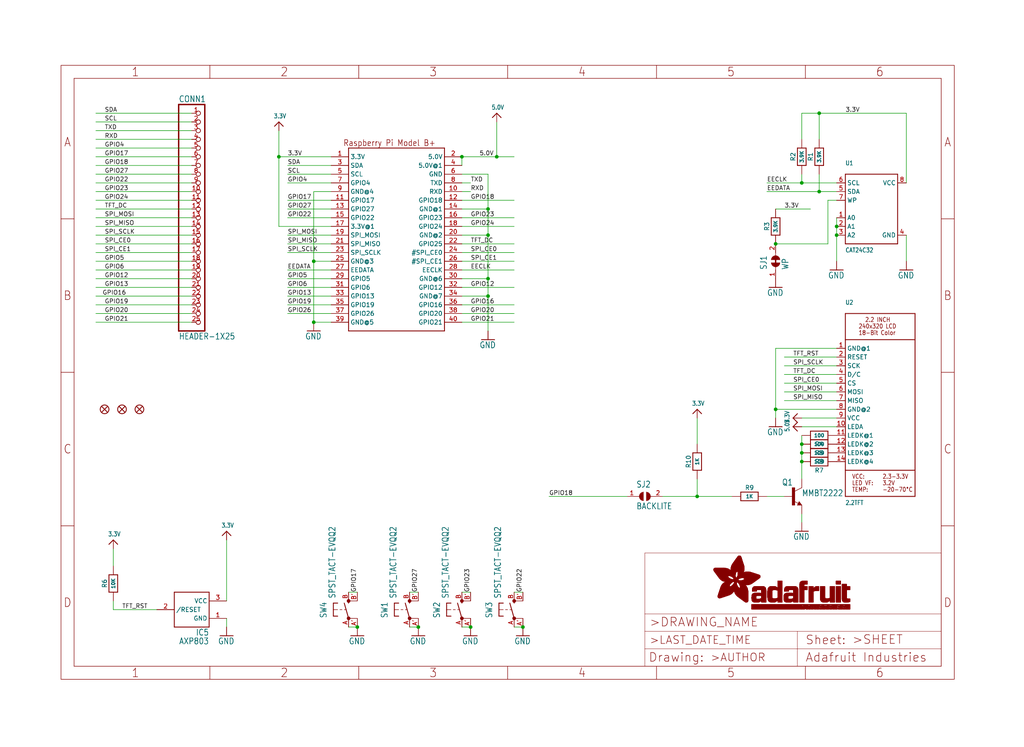
<source format=kicad_sch>
(kicad_sch (version 20211123) (generator eeschema)
  (paper "User" 298.45 217.881)
  (lib_symbols
    (symbol "eagleSchem-eagle-import:-NPN-SOT23-BEC"
      (property "Reference" "T" (at -10.16 7.62 0))
      (property "Value" "-NPN-SOT23-BEC" (at -10.16 5.08 0))
      (symbol "-NPN-SOT23-BEC_1_0"
        (pin passive line (at -2.54 0 0) (length 2.54) (name "B") (number "B"))
        (pin passive line (at 2.54 5.08 270) (length 2.54) (name "C") (number "C"))
        (pin passive line (at 2.54 -5.08 90) (length 2.54) (name "E") (number "E"))
      )
    )
    (symbol "eagleSchem-eagle-import:3.3V" (power)
      (property "Value" "3.3V" (at -1.524 1.016 0))
      (symbol "3.3V_1_0"
        (pin power_in line (at 0 -2.54 90) (length 2.54) (name "3.3V") (number "1"))
      )
    )
    (symbol "eagleSchem-eagle-import:5.0V" (power)
      (property "Value" "5.0V" (at -1.524 1.016 0))
      (symbol "5.0V_1_0"
        (pin power_in line (at 0 -2.54 90) (length 2.54) (name "5.0V") (number "1"))
      )
    )
    (symbol "eagleSchem-eagle-import:AXP083-SAG"
      (property "Reference" "IC" (at -5.08 -7.62 0))
      (property "Value" "AXP083-SAG" (at -5.08 -10.16 0))
      (symbol "AXP083-SAG_1_0"
        (pin power_in line (at -10.16 -2.54 0) (length 5.08) (name "GND") (number "1"))
        (pin output line (at 10.16 0 180) (length 5.08) (name "/RESET") (number "2"))
        (pin power_in line (at -10.16 2.54 0) (length 5.08) (name "VCC") (number "3"))
      )
    )
    (symbol "eagleSchem-eagle-import:DISP_LCD_TM022HDH26"
      (property "Reference" "U" (at -10.16 30.48 0))
      (property "Value" "DISP_LCD_TM022HDH26" (at -10.16 -27.94 0))
      (symbol "DISP_LCD_TM022HDH26_1_0"
        (text "-20-70°C" (at 0.635 -24.13 0) (effects (font (size 1.27 1.0795)) (justify left bottom)))
        (text "18-Bit Color" (at -6.35 21.59 0) (effects (font (size 1.27 1.0795)) (justify left bottom)))
        (text "2.2 INCH" (at -4.445 25.4 0) (effects (font (size 1.27 1.0795)) (justify left bottom)))
        (text "2.3-3.3V" (at 0.635 -20.32 0) (effects (font (size 1.27 1.0795)) (justify left bottom)))
        (text "240x320 LCD" (at -6.35 23.495 0) (effects (font (size 1.27 1.0795)) (justify left bottom)))
        (text "3.2V" (at 0.635 -22.225 0) (effects (font (size 1.27 1.0795)) (justify left bottom)))
        (text "LED VF:" (at -8.255 -22.225 0) (effects (font (size 1.27 1.0795)) (justify left bottom)))
        (text "TEMP:" (at -8.255 -24.13 0) (effects (font (size 1.27 1.0795)) (justify left bottom)))
        (text "VCC:" (at -8.255 -20.32 0) (effects (font (size 1.27 1.0795)) (justify left bottom)))
        (pin power_in line (at -12.7 17.78 0) (length 2.54) (name "GND@1") (number "1"))
        (pin power_in line (at -12.7 -5.08 0) (length 2.54) (name "LEDA") (number "10"))
        (pin power_in line (at -12.7 -7.62 0) (length 2.54) (name "LEDK@1") (number "11"))
        (pin power_in line (at -12.7 -10.16 0) (length 2.54) (name "LEDK@2") (number "12"))
        (pin power_in line (at -12.7 -12.7 0) (length 2.54) (name "LEDK@3") (number "13"))
        (pin power_in line (at -12.7 -15.24 0) (length 2.54) (name "LEDK@4") (number "14"))
        (pin input line (at -12.7 15.24 0) (length 2.54) (name "RESET") (number "2"))
        (pin input line (at -12.7 12.7 0) (length 2.54) (name "SCK") (number "3"))
        (pin input line (at -12.7 10.16 0) (length 2.54) (name "D/C") (number "4"))
        (pin input line (at -12.7 7.62 0) (length 2.54) (name "CS") (number "5"))
        (pin input line (at -12.7 5.08 0) (length 2.54) (name "MOSI") (number "6"))
        (pin output line (at -12.7 2.54 0) (length 2.54) (name "MISO") (number "7"))
        (pin power_in line (at -12.7 0 0) (length 2.54) (name "GND@2") (number "8"))
        (pin power_in line (at -12.7 -2.54 0) (length 2.54) (name "VCC") (number "9"))
      )
    )
    (symbol "eagleSchem-eagle-import:EEPROM_I2C_SOIC8_GENERIC"
      (property "Reference" "U" (at -7.62 12.7 0))
      (property "Value" "EEPROM_I2C_SOIC8_GENERIC" (at -7.62 -12.7 0))
      (symbol "EEPROM_I2C_SOIC8_GENERIC_1_0"
        (pin input line (at -10.16 -2.54 0) (length 2.54) (name "A0") (number "1"))
        (pin input line (at -10.16 -5.08 0) (length 2.54) (name "A1") (number "2"))
        (pin input line (at -10.16 -7.62 0) (length 2.54) (name "A2") (number "3"))
        (pin power_in line (at 10.16 -7.62 180) (length 2.54) (name "GND") (number "4"))
        (pin bidirectional line (at -10.16 5.08 0) (length 2.54) (name "SDA") (number "5"))
        (pin input line (at -10.16 7.62 0) (length 2.54) (name "SCL") (number "6"))
        (pin input line (at -10.16 2.54 0) (length 2.54) (name "WP") (number "7"))
        (pin power_in line (at 10.16 7.62 180) (length 2.54) (name "VCC") (number "8"))
      )
    )
    (symbol "eagleSchem-eagle-import:FIDUCIAL{dblquote}{dblquote}")
    (symbol "eagleSchem-eagle-import:FRAME_A4_ADAFRUIT"
      (symbol "FRAME_A4_ADAFRUIT_0_0"
        (text "1" (at 21.6958 1.905 0) (effects (font (size 2.54 2.286))))
        (text "1" (at 21.6958 177.165 0) (effects (font (size 2.54 2.286))))
        (text "2" (at 65.0875 1.905 0) (effects (font (size 2.54 2.286))))
        (text "2" (at 65.0875 177.165 0) (effects (font (size 2.54 2.286))))
        (text "3" (at 108.4792 1.905 0) (effects (font (size 2.54 2.286))))
        (text "3" (at 108.4792 177.165 0) (effects (font (size 2.54 2.286))))
        (text "4" (at 151.8708 1.905 0) (effects (font (size 2.54 2.286))))
        (text "4" (at 151.8708 177.165 0) (effects (font (size 2.54 2.286))))
        (text "5" (at 195.2625 1.905 0) (effects (font (size 2.54 2.286))))
        (text "5" (at 195.2625 177.165 0) (effects (font (size 2.54 2.286))))
        (text "6" (at 238.6542 1.905 0) (effects (font (size 2.54 2.286))))
        (text "6" (at 238.6542 177.165 0) (effects (font (size 2.54 2.286))))
        (text "A" (at 1.905 156.6863 0) (effects (font (size 2.54 2.286))))
        (text "A" (at 258.445 156.6863 0) (effects (font (size 2.54 2.286))))
        (text "B" (at 1.905 111.9188 0) (effects (font (size 2.54 2.286))))
        (text "B" (at 258.445 111.9188 0) (effects (font (size 2.54 2.286))))
        (text "C" (at 1.905 67.1513 0) (effects (font (size 2.54 2.286))))
        (text "C" (at 258.445 67.1513 0) (effects (font (size 2.54 2.286))))
        (text "D" (at 1.905 22.3838 0) (effects (font (size 2.54 2.286))))
        (text "D" (at 258.445 22.3838 0) (effects (font (size 2.54 2.286))))
      )
      (symbol "FRAME_A4_ADAFRUIT_1_0"
        (text ">AUTHOR" (at 189.23 5.08 0) (effects (font (size 2.286 2.286)) (justify left bottom)))
        (text ">DRAWING_NAME" (at 171.45 15.24 0) (effects (font (size 2.54 2.54)) (justify left bottom)))
        (text ">LAST_DATE_TIME" (at 171.45 10.16 0) (effects (font (size 2.286 2.286)) (justify left bottom)))
        (text ">SHEET" (at 230.505 10.16 0) (effects (font (size 2.54 2.54)) (justify left bottom)))
        (text "Adafruit Industries" (at 216.916 4.953 0) (effects (font (size 2.54 2.54)) (justify left bottom)))
        (text "Drawing:" (at 171.196 4.953 0) (effects (font (size 2.54 2.54)) (justify left bottom)))
        (text "Sheet:" (at 216.916 10.033 0) (effects (font (size 2.54 2.54)) (justify left bottom)))
      )
    )
    (symbol "eagleSchem-eagle-import:GND" (power)
      (property "Value" "GND" (at -2.54 -2.54 0))
      (symbol "GND_1_0"
        (pin power_in line (at 0 2.54 270) (length 2.54) (name "GND") (number "1"))
      )
    )
    (symbol "eagleSchem-eagle-import:HEADER-1X25"
      (property "Reference" "CONN" (at -3.81 33.655 0))
      (property "Value" "HEADER-1X25" (at -3.81 -35.56 0))
      (symbol "HEADER-1X25_1_0"
        (pin passive inverted (at 0 30.48 0) (length 2.54) (name "1") (number "1"))
        (pin passive inverted (at 0 7.62 0) (length 2.54) (name "10") (number "10"))
        (pin passive inverted (at 0 5.08 0) (length 2.54) (name "11") (number "11"))
        (pin passive inverted (at 0 2.54 0) (length 2.54) (name "12") (number "12"))
        (pin passive inverted (at 0 0 0) (length 2.54) (name "13") (number "13"))
        (pin passive inverted (at 0 -2.54 0) (length 2.54) (name "14") (number "14"))
        (pin passive inverted (at 0 -5.08 0) (length 2.54) (name "15") (number "15"))
        (pin passive inverted (at 0 -7.62 0) (length 2.54) (name "16") (number "16"))
        (pin passive inverted (at 0 -10.16 0) (length 2.54) (name "17") (number "17"))
        (pin passive inverted (at 0 -12.7 0) (length 2.54) (name "18") (number "18"))
        (pin passive inverted (at 0 -15.24 0) (length 2.54) (name "19") (number "19"))
        (pin passive inverted (at 0 27.94 0) (length 2.54) (name "2") (number "2"))
        (pin passive inverted (at 0 -17.78 0) (length 2.54) (name "20") (number "20"))
        (pin passive inverted (at 0 -20.32 0) (length 2.54) (name "21") (number "21"))
        (pin passive inverted (at 0 -22.86 0) (length 2.54) (name "22") (number "22"))
        (pin passive inverted (at 0 -25.4 0) (length 2.54) (name "23") (number "23"))
        (pin passive inverted (at 0 -27.94 0) (length 2.54) (name "24") (number "24"))
        (pin passive inverted (at 0 -30.48 0) (length 2.54) (name "25") (number "25"))
        (pin passive inverted (at 0 25.4 0) (length 2.54) (name "3") (number "3"))
        (pin passive inverted (at 0 22.86 0) (length 2.54) (name "4") (number "4"))
        (pin passive inverted (at 0 20.32 0) (length 2.54) (name "5") (number "5"))
        (pin passive inverted (at 0 17.78 0) (length 2.54) (name "6") (number "6"))
        (pin passive inverted (at 0 15.24 0) (length 2.54) (name "7") (number "7"))
        (pin passive inverted (at 0 12.7 0) (length 2.54) (name "8") (number "8"))
        (pin passive inverted (at 0 10.16 0) (length 2.54) (name "9") (number "9"))
      )
    )
    (symbol "eagleSchem-eagle-import:RASPBERRYPI_BPLUS_HATNOSLOTS"
      (symbol "RASPBERRYPI_BPLUS_HATNOSLOTS_1_0"
        (text "Raspberry Pi Model B+" (at 12.7 25.4 0) (effects (font (size 1.778 1.5113)) (justify right top)))
        (pin power_in line (at -17.78 20.32 0) (length 5.08) (name "3.3V") (number "1"))
        (pin bidirectional line (at 20.32 10.16 180) (length 5.08) (name "RXD") (number "10"))
        (pin bidirectional line (at -17.78 7.62 0) (length 5.08) (name "GPIO17") (number "11"))
        (pin bidirectional line (at 20.32 7.62 180) (length 5.08) (name "GPIO18") (number "12"))
        (pin bidirectional line (at -17.78 5.08 0) (length 5.08) (name "GPIO27") (number "13"))
        (pin power_in line (at 20.32 5.08 180) (length 5.08) (name "GND@1") (number "14"))
        (pin bidirectional line (at -17.78 2.54 0) (length 5.08) (name "GPIO22") (number "15"))
        (pin bidirectional line (at 20.32 2.54 180) (length 5.08) (name "GPIO23") (number "16"))
        (pin power_in line (at -17.78 0 0) (length 5.08) (name "3.3V@1") (number "17"))
        (pin bidirectional line (at 20.32 0 180) (length 5.08) (name "GPIO24") (number "18"))
        (pin bidirectional line (at -17.78 -2.54 0) (length 5.08) (name "SPI_MOSI") (number "19"))
        (pin power_in line (at 20.32 20.32 180) (length 5.08) (name "5.0V") (number "2"))
        (pin power_in line (at 20.32 -2.54 180) (length 5.08) (name "GND@2") (number "20"))
        (pin bidirectional line (at -17.78 -5.08 0) (length 5.08) (name "SPI_MISO") (number "21"))
        (pin bidirectional line (at 20.32 -5.08 180) (length 5.08) (name "GPIO25") (number "22"))
        (pin bidirectional line (at -17.78 -7.62 0) (length 5.08) (name "SPI_SCLK") (number "23"))
        (pin bidirectional line (at 20.32 -7.62 180) (length 5.08) (name "#SPI_CE0") (number "24"))
        (pin power_in line (at -17.78 -10.16 0) (length 5.08) (name "GND@3") (number "25"))
        (pin bidirectional line (at 20.32 -10.16 180) (length 5.08) (name "#SPI_CE1") (number "26"))
        (pin bidirectional line (at -17.78 -12.7 0) (length 5.08) (name "EEDATA") (number "27"))
        (pin power_in line (at 20.32 -12.7 180) (length 5.08) (name "EECLK") (number "28"))
        (pin bidirectional line (at -17.78 -15.24 0) (length 5.08) (name "GPIO5") (number "29"))
        (pin bidirectional line (at -17.78 17.78 0) (length 5.08) (name "SDA") (number "3"))
        (pin bidirectional line (at 20.32 -15.24 180) (length 5.08) (name "GND@6") (number "30"))
        (pin power_in line (at -17.78 -17.78 0) (length 5.08) (name "GPIO6") (number "31"))
        (pin bidirectional line (at 20.32 -17.78 180) (length 5.08) (name "GPIO12") (number "32"))
        (pin bidirectional line (at -17.78 -20.32 0) (length 5.08) (name "GPIO13") (number "33"))
        (pin bidirectional line (at 20.32 -20.32 180) (length 5.08) (name "GND@7") (number "34"))
        (pin bidirectional line (at -17.78 -22.86 0) (length 5.08) (name "GPIO19") (number "35"))
        (pin power_in line (at 20.32 -22.86 180) (length 5.08) (name "GPIO16") (number "36"))
        (pin bidirectional line (at -17.78 -25.4 0) (length 5.08) (name "GPIO26") (number "37"))
        (pin bidirectional line (at 20.32 -25.4 180) (length 5.08) (name "GPIO20") (number "38"))
        (pin power_in line (at -17.78 -27.94 0) (length 5.08) (name "GND@5") (number "39"))
        (pin power_in line (at 20.32 17.78 180) (length 5.08) (name "5.0V@1") (number "4"))
        (pin bidirectional line (at 20.32 -27.94 180) (length 5.08) (name "GPIO21") (number "40"))
        (pin bidirectional line (at -17.78 15.24 0) (length 5.08) (name "SCL") (number "5"))
        (pin power_in line (at 20.32 15.24 180) (length 5.08) (name "GND") (number "6"))
        (pin bidirectional line (at -17.78 12.7 0) (length 5.08) (name "GPIO4") (number "7"))
        (pin output line (at 20.32 12.7 180) (length 5.08) (name "TXD") (number "8"))
        (pin power_in line (at -17.78 10.16 0) (length 5.08) (name "GND@4") (number "9"))
      )
    )
    (symbol "eagleSchem-eagle-import:RESISTOR0805_NOOUTLINE"
      (property "Reference" "R" (at 0 2.54 0))
      (property "Value" "RESISTOR0805_NOOUTLINE" (at 0 0 0))
      (symbol "RESISTOR0805_NOOUTLINE_1_0"
        (pin passive line (at -5.08 0 0) (length 2.54) (name "1") (number "1"))
        (pin passive line (at 5.08 0 180) (length 2.54) (name "2") (number "2"))
      )
    )
    (symbol "eagleSchem-eagle-import:SOLDERJUMPERCLOSED"
      (property "Reference" "SJ" (at -2.54 2.54 0))
      (property "Value" "SOLDERJUMPERCLOSED" (at -2.54 -3.81 0))
      (symbol "SOLDERJUMPERCLOSED_1_0"
        (pin passive line (at -5.08 0 0) (length 2.54) (name "1") (number "1"))
        (pin passive line (at 5.08 0 180) (length 2.54) (name "2") (number "2"))
      )
    )
    (symbol "eagleSchem-eagle-import:SOLDERJUMPER_CLOSED"
      (property "Reference" "SJ" (at -2.54 2.54 0))
      (property "Value" "SOLDERJUMPER_CLOSED" (at -2.54 -3.81 0))
      (symbol "SOLDERJUMPER_CLOSED_1_0"
        (pin passive line (at -5.08 0 0) (length 2.54) (name "1") (number "1"))
        (pin passive line (at 5.08 0 180) (length 2.54) (name "2") (number "2"))
      )
    )
    (symbol "eagleSchem-eagle-import:SPST_TACT-EVQQ2"
      (property "Reference" "SW" (at -6.35 -2.54 90))
      (property "Value" "SPST_TACT-EVQQ2" (at -3.81 3.175 90))
      (symbol "SPST_TACT-EVQQ2_1_0"
        (pin passive line (at 0 -5.08 90) (length 2.54) (name "P") (number "A"))
        (pin passive line (at 2.54 -5.08 90) (length 2.54) (name "P1") (number "A'"))
        (pin passive line (at 0 5.08 270) (length 2.54) (name "S") (number "B"))
        (pin passive line (at 2.54 5.08 270) (length 2.54) (name "S1") (number "B'"))
      )
    )
  )
  (junction (at 144.78 45.72))
  (junction (at 137.16 182.88))
  (junction (at 226.06 119.38))
  (junction (at 233.68 132.08))
  (junction (at 243.84 66.04))
  (junction (at 238.76 55.88))
  (junction (at 142.24 68.58))
  (junction (at 243.84 68.58))
  (junction (at 81.28 45.72))
  (junction (at 152.4 182.88))
  (junction (at 233.68 134.62))
  (junction (at 91.44 76.2))
  (junction (at 134.62 45.72))
  (junction (at 233.68 53.34))
  (junction (at 238.76 33.02))
  (junction (at 121.92 182.88))
  (junction (at 142.24 86.36))
  (junction (at 226.06 71.12))
  (junction (at 91.44 93.98))
  (junction (at 104.14 182.88))
  (junction (at 233.68 129.54))
  (junction (at 203.2 144.78))
  (junction (at 142.24 60.96))
  (junction (at 142.24 81.28))
  (wire (pts (xy 134.62 48.26) (xy 134.62 45.72)))
  (wire (pts (xy 226.06 101.6) (xy 226.06 119.38)))
  (wire (pts (xy 134.62 68.58) (xy 142.24 68.58)))
  (wire (pts (xy 264.16 68.58) (xy 264.16 76.2)))
  (wire (pts (xy 243.84 63.5) (xy 243.84 66.04)))
  (wire (pts (xy 243.84 68.58) (xy 243.84 76.2)))
  (wire (pts (xy 55.88 71.12) (xy 27.94 71.12)))
  (wire (pts (xy 264.16 53.34) (xy 264.16 33.02)))
  (wire (pts (xy 264.16 33.02) (xy 238.76 33.02)))
  (wire (pts (xy 91.44 76.2) (xy 96.52 76.2)))
  (wire (pts (xy 243.84 106.68) (xy 228.6 106.68)))
  (wire (pts (xy 243.84 114.3) (xy 228.6 114.3)))
  (wire (pts (xy 27.94 63.5) (xy 55.88 63.5)))
  (wire (pts (xy 233.68 132.08) (xy 233.68 134.62)))
  (wire (pts (xy 134.62 60.96) (xy 142.24 60.96)))
  (wire (pts (xy 55.88 66.04) (xy 27.94 66.04)))
  (wire (pts (xy 66.04 175.26) (xy 66.04 157.48)))
  (wire (pts (xy 91.44 55.88) (xy 96.52 55.88)))
  (wire (pts (xy 243.84 53.34) (xy 233.68 53.34)))
  (wire (pts (xy 55.88 91.44) (xy 27.94 91.44)))
  (wire (pts (xy 96.52 78.74) (xy 83.82 78.74)))
  (wire (pts (xy 134.62 88.9) (xy 149.86 88.9)))
  (wire (pts (xy 96.52 45.72) (xy 81.28 45.72)))
  (wire (pts (xy 243.84 101.6) (xy 226.06 101.6)))
  (wire (pts (xy 91.44 76.2) (xy 91.44 93.98)))
  (wire (pts (xy 83.82 50.8) (xy 96.52 50.8)))
  (wire (pts (xy 226.06 60.96) (xy 236.22 60.96)))
  (wire (pts (xy 238.76 50.8) (xy 238.76 55.88)))
  (wire (pts (xy 142.24 50.8) (xy 142.24 60.96)))
  (wire (pts (xy 55.88 38.1) (xy 27.94 38.1)))
  (wire (pts (xy 226.06 71.12) (xy 241.3 71.12)))
  (wire (pts (xy 134.62 73.66) (xy 149.86 73.66)))
  (wire (pts (xy 134.62 86.36) (xy 142.24 86.36)))
  (wire (pts (xy 233.68 129.54) (xy 233.68 132.08)))
  (wire (pts (xy 27.94 58.42) (xy 55.88 58.42)))
  (wire (pts (xy 33.02 177.8) (xy 33.02 175.26)))
  (wire (pts (xy 83.82 71.12) (xy 96.52 71.12)))
  (wire (pts (xy 134.62 71.12) (xy 149.86 71.12)))
  (wire (pts (xy 27.94 45.72) (xy 55.88 45.72)))
  (wire (pts (xy 134.62 76.2) (xy 149.86 76.2)))
  (wire (pts (xy 223.52 144.78) (xy 228.6 144.78)))
  (wire (pts (xy 45.72 177.8) (xy 33.02 177.8)))
  (wire (pts (xy 142.24 60.96) (xy 142.24 68.58)))
  (wire (pts (xy 243.84 119.38) (xy 226.06 119.38)))
  (wire (pts (xy 55.88 86.36) (xy 27.94 86.36)))
  (wire (pts (xy 241.3 58.42) (xy 243.84 58.42)))
  (wire (pts (xy 83.82 86.36) (xy 96.52 86.36)))
  (wire (pts (xy 119.38 172.72) (xy 121.92 172.72)))
  (wire (pts (xy 134.62 45.72) (xy 144.78 45.72)))
  (wire (pts (xy 134.62 83.82) (xy 149.86 83.82)))
  (wire (pts (xy 152.4 182.88) (xy 149.86 182.88)))
  (wire (pts (xy 101.6 172.72) (xy 104.14 172.72)))
  (wire (pts (xy 96.52 63.5) (xy 83.82 63.5)))
  (wire (pts (xy 83.82 81.28) (xy 96.52 81.28)))
  (wire (pts (xy 121.92 182.88) (xy 119.38 182.88)))
  (wire (pts (xy 83.82 91.44) (xy 96.52 91.44)))
  (wire (pts (xy 83.82 88.9) (xy 96.52 88.9)))
  (wire (pts (xy 233.68 33.02) (xy 233.68 40.64)))
  (wire (pts (xy 243.84 66.04) (xy 243.84 68.58)))
  (wire (pts (xy 96.52 53.34) (xy 83.82 53.34)))
  (wire (pts (xy 96.52 93.98) (xy 91.44 93.98)))
  (wire (pts (xy 134.62 78.74) (xy 149.86 78.74)))
  (wire (pts (xy 238.76 33.02) (xy 233.68 33.02)))
  (wire (pts (xy 66.04 180.34) (xy 66.04 182.88)))
  (wire (pts (xy 144.78 35.56) (xy 144.78 45.72)))
  (wire (pts (xy 233.68 53.34) (xy 223.52 53.34)))
  (wire (pts (xy 33.02 165.1) (xy 33.02 160.02)))
  (wire (pts (xy 27.94 93.98) (xy 55.88 93.98)))
  (wire (pts (xy 27.94 78.74) (xy 55.88 78.74)))
  (wire (pts (xy 81.28 45.72) (xy 81.28 38.1)))
  (wire (pts (xy 55.88 55.88) (xy 27.94 55.88)))
  (wire (pts (xy 27.94 73.66) (xy 55.88 73.66)))
  (wire (pts (xy 27.94 48.26) (xy 55.88 48.26)))
  (wire (pts (xy 142.24 81.28) (xy 142.24 86.36)))
  (wire (pts (xy 182.88 144.78) (xy 160.02 144.78)))
  (wire (pts (xy 203.2 144.78) (xy 213.36 144.78)))
  (wire (pts (xy 83.82 83.82) (xy 96.52 83.82)))
  (wire (pts (xy 96.52 48.26) (xy 83.82 48.26)))
  (wire (pts (xy 137.16 55.88) (xy 134.62 55.88)))
  (wire (pts (xy 55.88 76.2) (xy 27.94 76.2)))
  (wire (pts (xy 81.28 66.04) (xy 81.28 45.72)))
  (wire (pts (xy 241.3 71.12) (xy 241.3 58.42)))
  (wire (pts (xy 228.6 104.14) (xy 243.84 104.14)))
  (wire (pts (xy 55.88 81.28) (xy 27.94 81.28)))
  (wire (pts (xy 134.62 93.98) (xy 149.86 93.98)))
  (wire (pts (xy 27.94 83.82) (xy 55.88 83.82)))
  (wire (pts (xy 83.82 73.66) (xy 96.52 73.66)))
  (wire (pts (xy 203.2 139.7) (xy 203.2 144.78)))
  (wire (pts (xy 142.24 68.58) (xy 142.24 81.28)))
  (wire (pts (xy 27.94 53.34) (xy 55.88 53.34)))
  (wire (pts (xy 233.68 149.86) (xy 233.68 152.4)))
  (wire (pts (xy 238.76 55.88) (xy 243.84 55.88)))
  (wire (pts (xy 91.44 76.2) (xy 91.44 55.88)))
  (wire (pts (xy 83.82 68.58) (xy 96.52 68.58)))
  (wire (pts (xy 27.94 35.56) (xy 55.88 35.56)))
  (wire (pts (xy 228.6 116.84) (xy 243.84 116.84)))
  (wire (pts (xy 193.04 144.78) (xy 203.2 144.78)))
  (wire (pts (xy 55.88 50.8) (xy 27.94 50.8)))
  (wire (pts (xy 233.68 127) (xy 233.68 129.54)))
  (wire (pts (xy 81.28 66.04) (xy 96.52 66.04)))
  (wire (pts (xy 142.24 86.36) (xy 142.24 96.52)))
  (wire (pts (xy 144.78 45.72) (xy 149.86 45.72)))
  (wire (pts (xy 134.62 81.28) (xy 142.24 81.28)))
  (wire (pts (xy 27.94 68.58) (xy 55.88 68.58)))
  (wire (pts (xy 134.62 63.5) (xy 149.86 63.5)))
  (wire (pts (xy 149.86 172.72) (xy 152.4 172.72)))
  (wire (pts (xy 55.88 33.02) (xy 27.94 33.02)))
  (wire (pts (xy 96.52 58.42) (xy 83.82 58.42)))
  (wire (pts (xy 134.62 53.34) (xy 137.16 53.34)))
  (wire (pts (xy 223.52 55.88) (xy 238.76 55.88)))
  (wire (pts (xy 134.62 50.8) (xy 142.24 50.8)))
  (wire (pts (xy 233.68 134.62) (xy 233.68 139.7)))
  (wire (pts (xy 27.94 40.64) (xy 55.88 40.64)))
  (wire (pts (xy 203.2 121.92) (xy 203.2 129.54)))
  (wire (pts (xy 55.88 43.18) (xy 27.94 43.18)))
  (wire (pts (xy 238.76 40.64) (xy 238.76 33.02)))
  (wire (pts (xy 134.62 182.88) (xy 137.16 182.88)))
  (wire (pts (xy 55.88 60.96) (xy 27.94 60.96)))
  (wire (pts (xy 233.68 121.92) (xy 243.84 121.92)))
  (wire (pts (xy 226.06 119.38) (xy 226.06 121.92)))
  (wire (pts (xy 83.82 60.96) (xy 96.52 60.96)))
  (wire (pts (xy 228.6 109.22) (xy 243.84 109.22)))
  (wire (pts (xy 104.14 182.88) (xy 101.6 182.88)))
  (wire (pts (xy 233.68 50.8) (xy 233.68 53.34)))
  (wire (pts (xy 134.62 172.72) (xy 137.16 172.72)))
  (wire (pts (xy 134.62 91.44) (xy 149.86 91.44)))
  (wire (pts (xy 233.68 124.46) (xy 243.84 124.46)))
  (wire (pts (xy 134.62 66.04) (xy 149.86 66.04)))
  (wire (pts (xy 134.62 58.42) (xy 149.86 58.42)))
  (wire (pts (xy 27.94 88.9) (xy 55.88 88.9)))
  (wire (pts (xy 243.84 111.76) (xy 228.6 111.76)))
  (label "3.3V" (at 83.82 45.72 0) (effects (font (size 1.2446 1.2446))))
  (label "5.0V" (at 139.7 45.72 0) (effects (font (size 1.2446 1.2446))))
  (label "GPIO18" (at 137.16 58.42 0) (effects (font (size 1.2446 1.2446))))
  (label "GPIO19" (at 83.82 88.9 0) (effects (font (size 1.2446 1.2446))))
  (label "SPI_MISO" (at 231.14 116.84 0) (effects (font (size 1.2446 1.2446))))
  (label "GPIO6" (at 30.48 78.74 0) (effects (font (size 1.2446 1.2446))))
  (label "SDA" (at 30.48 33.02 0) (effects (font (size 1.2446 1.2446))))
  (label "GPIO18" (at 30.48 48.26 0) (effects (font (size 1.2446 1.2446))))
  (label "GPIO16" (at 29.845 86.36 0) (effects (font (size 1.2446 1.2446))))
  (label "EEDATA" (at 83.82 78.74 0) (effects (font (size 1.2446 1.2446))))
  (label "SPI_MOSI" (at 30.48 63.5 0) (effects (font (size 1.2446 1.2446))))
  (label "SDA" (at 83.82 48.26 0) (effects (font (size 1.2446 1.2446))))
  (label "GPIO17" (at 30.48 45.72 0) (effects (font (size 1.2446 1.2446))))
  (label "EECLK" (at 137.16 78.74 0) (effects (font (size 1.2446 1.2446))))
  (label "GPIO13" (at 83.82 86.36 0) (effects (font (size 1.2446 1.2446))))
  (label "SPI_CE0" (at 137.16 73.66 0) (effects (font (size 1.2446 1.2446))))
  (label "GPIO23" (at 137.16 63.5 0) (effects (font (size 1.2446 1.2446))))
  (label "TFT_RST" (at 231.14 104.14 0) (effects (font (size 1.2446 1.2446))))
  (label "SPI_CE0" (at 231.14 111.76 0) (effects (font (size 1.2446 1.2446))))
  (label "GPIO12" (at 137.16 83.82 0) (effects (font (size 1.2446 1.2446))))
  (label "TFT_DC" (at 137.16 71.12 0) (effects (font (size 1.2446 1.2446))))
  (label "GPIO20" (at 137.16 91.44 0) (effects (font (size 1.2446 1.2446))))
  (label "GPIO22" (at 152.4 172.72 90) (effects (font (size 1.2446 1.2446))))
  (label "GPIO24" (at 137.16 66.04 0) (effects (font (size 1.2446 1.2446))))
  (label "3.3V" (at 228.6 60.96 0) (effects (font (size 1.2446 1.2446))))
  (label "GPIO23" (at 30.48 55.88 0) (effects (font (size 1.2446 1.2446))))
  (label "SCL" (at 83.82 50.8 0) (effects (font (size 1.2446 1.2446))))
  (label "RXD" (at 30.48 40.64 0) (effects (font (size 1.2446 1.2446))))
  (label "GPIO5" (at 83.82 81.28 0) (effects (font (size 1.2446 1.2446))))
  (label "GPIO4" (at 30.48 43.18 0) (effects (font (size 1.2446 1.2446))))
  (label "GPIO23" (at 137.16 172.72 90) (effects (font (size 1.2446 1.2446))))
  (label "TFT_DC" (at 231.14 109.22 0) (effects (font (size 1.2446 1.2446))))
  (label "SPI_MOSI" (at 231.14 114.3 0) (effects (font (size 1.2446 1.2446))))
  (label "TXD" (at 137.16 53.34 0) (effects (font (size 1.2446 1.2446))))
  (label "GPIO19" (at 30.48 88.9 0) (effects (font (size 1.2446 1.2446))))
  (label "GPIO21" (at 30.48 93.98 0) (effects (font (size 1.2446 1.2446))))
  (label "GPIO27" (at 83.82 60.96 0) (effects (font (size 1.2446 1.2446))))
  (label "GPIO26" (at 83.82 91.44 0) (effects (font (size 1.2446 1.2446))))
  (label "GPIO5" (at 30.48 76.2 0) (effects (font (size 1.2446 1.2446))))
  (label "GPIO13" (at 30.48 83.82 0) (effects (font (size 1.2446 1.2446))))
  (label "RXD" (at 137.16 55.88 0) (effects (font (size 1.2446 1.2446))))
  (label "SPI_CE1" (at 137.16 76.2 0) (effects (font (size 1.2446 1.2446))))
  (label "GPIO21" (at 137.16 93.98 0) (effects (font (size 1.2446 1.2446))))
  (label "3.3V" (at 246.38 33.02 0) (effects (font (size 1.2446 1.2446))))
  (label "GPIO6" (at 83.82 83.82 0) (effects (font (size 1.2446 1.2446))))
  (label "EECLK" (at 223.52 53.34 0) (effects (font (size 1.2446 1.2446))))
  (label "SPI_SCLK" (at 30.48 68.58 0) (effects (font (size 1.2446 1.2446))))
  (label "SCL" (at 30.48 35.56 0) (effects (font (size 1.2446 1.2446))))
  (label "GPIO17" (at 83.82 58.42 0) (effects (font (size 1.2446 1.2446))))
  (label "SPI_CE0" (at 30.48 71.12 0) (effects (font (size 1.2446 1.2446))))
  (label "SPI_SCLK" (at 231.14 106.68 0) (effects (font (size 1.2446 1.2446))))
  (label "SPI_SCLK" (at 83.82 73.66 0) (effects (font (size 1.2446 1.2446))))
  (label "TFT_RST" (at 35.56 177.8 0) (effects (font (size 1.2446 1.2446))))
  (label "GPIO20" (at 30.48 91.44 0) (effects (font (size 1.2446 1.2446))))
  (label "SPI_MISO" (at 83.82 71.12 0) (effects (font (size 1.2446 1.2446))))
  (label "TFT_DC" (at 30.48 60.96 0) (effects (font (size 1.2446 1.2446))))
  (label "GPIO4" (at 83.82 53.34 0) (effects (font (size 1.2446 1.2446))))
  (label "SPI_MOSI" (at 83.82 68.58 0) (effects (font (size 1.2446 1.2446))))
  (label "GPIO12" (at 30.48 81.28 0) (effects (font (size 1.2446 1.2446))))
  (label "SPI_MISO" (at 30.48 66.04 0) (effects (font (size 1.2446 1.2446))))
  (label "GPIO22" (at 83.82 63.5 0) (effects (font (size 1.2446 1.2446))))
  (label "GPIO18" (at 160.02 144.78 0) (effects (font (size 1.2446 1.2446))))
  (label "GPIO24" (at 30.48 58.42 0) (effects (font (size 1.2446 1.2446))))
  (label "TXD" (at 30.48 38.1 0) (effects (font (size 1.2446 1.2446))))
  (label "EEDATA" (at 223.52 55.88 0) (effects (font (size 1.2446 1.2446))))
  (label "GPIO22" (at 30.48 53.34 0) (effects (font (size 1.2446 1.2446))))
  (label "GPIO27" (at 121.92 172.72 90) (effects (font (size 1.2446 1.2446))))
  (label "GPIO16" (at 137.16 88.9 0) (effects (font (size 1.2446 1.2446))))
  (label "GPIO27" (at 30.48 50.8 0) (effects (font (size 1.2446 1.2446))))
  (label "GPIO17" (at 104.14 172.72 90) (effects (font (size 1.2446 1.2446))))
  (label "SPI_CE1" (at 30.48 73.66 0) (effects (font (size 1.2446 1.2446))))
  (symbol (lib_id "eagleSchem-eagle-import:SPST_TACT-EVQQ2") (at 119.38 177.8 0) (unit 1)
    (property "Reference" "SW1" (at 113.03 180.34 90) (effects (font (size 1.778 1.5113)) (justify left bottom)))
    (property "Value" "SPST_TACT-EVQQ2" (at 115.57 174.625 90) (effects (font (size 1.778 1.5113)) (justify left bottom)))
    (property "Footprint" "eagleSchem:EVQ-Q2" (effects hide))
  )
  (symbol (lib_id "eagleSchem-eagle-import:SPST_TACT-EVQQ2") (at 134.62 177.8 0) (unit 1)
    (property "Reference" "SW2" (at 128.27 180.34 90) (effects (font (size 1.778 1.5113)) (justify left bottom)))
    (property "Value" "SPST_TACT-EVQQ2" (at 130.81 174.625 90) (effects (font (size 1.778 1.5113)) (justify left bottom)))
    (property "Footprint" "eagleSchem:EVQ-Q2" (effects hide))
  )
  (symbol (lib_id "eagleSchem-eagle-import:-NPN-SOT23-BEC") (at 231.14 144.78 0) (unit 1)
    (property "Reference" "Q1" (at 231.14 139.7 0) (effects (font (size 1.778 1.5113)) (justify right top)))
    (property "Value" "MMBT2222" (at 233.68 144.78 0) (effects (font (size 1.778 1.5113)) (justify left bottom)))
    (property "Footprint" "eagleSchem:SOT23-BEC" (effects hide))
  )
  (symbol (lib_id "eagleSchem-eagle-import:GND") (at 243.84 78.74 0) (unit 1)
    (property "Reference" "#GND3" (effects hide))
    (property "Value" "GND" (at 241.3 81.28 0) (effects (font (size 1.778 1.5113)) (justify left bottom)))
    (property "Footprint" "eagleSchem:" (effects hide))
  )
  (symbol (lib_id "eagleSchem-eagle-import:RESISTOR0805_NOOUTLINE") (at 238.76 129.54 180) (unit 1)
    (property "Reference" "R5" (at 238.76 132.08 0))
    (property "Value" "100" (at 238.76 129.54 0) (effects (font (size 1.016 1.016) bold)))
    (property "Footprint" "eagleSchem:0805-NO" (effects hide))
  )
  (symbol (lib_id "eagleSchem-eagle-import:3.3V") (at 203.2 119.38 0) (unit 1)
    (property "Reference" "#U$11" (effects hide))
    (property "Value" "3.3V" (at 201.676 118.364 0) (effects (font (size 1.27 1.0795)) (justify left bottom)))
    (property "Footprint" "eagleSchem:" (effects hide))
  )
  (symbol (lib_id "eagleSchem-eagle-import:FRAME_A4_ADAFRUIT") (at 17.78 198.12 0) (unit 1)
    (property "Reference" "#U$13" (effects hide))
    (property "Value" "FRAME_A4_ADAFRUIT" (effects hide))
    (property "Footprint" "eagleSchem:" (effects hide))
  )
  (symbol (lib_id "eagleSchem-eagle-import:EEPROM_I2C_SOIC8_GENERIC") (at 254 60.96 0) (unit 1)
    (property "Reference" "U1" (at 246.38 48.26 0) (effects (font (size 1.27 1.0795)) (justify left bottom)))
    (property "Value" "CAT24C32" (at 246.38 73.66 0) (effects (font (size 1.27 1.0795)) (justify left bottom)))
    (property "Footprint" "eagleSchem:SOIC8_150MIL" (effects hide))
  )
  (symbol (lib_id "eagleSchem-eagle-import:3.3V") (at 231.14 121.92 90) (unit 1)
    (property "Reference" "#U$5" (effects hide))
    (property "Value" "3.3V" (at 230.124 123.444 0) (effects (font (size 1.27 1.0795)) (justify left bottom)))
    (property "Footprint" "eagleSchem:" (effects hide))
  )
  (symbol (lib_id "eagleSchem-eagle-import:SOLDERJUMPERCLOSED") (at 187.96 144.78 0) (unit 1)
    (property "Reference" "SJ2" (at 185.42 142.24 0) (effects (font (size 1.778 1.5113)) (justify left bottom)))
    (property "Value" "BACKLITE" (at 185.42 148.59 0) (effects (font (size 1.778 1.5113)) (justify left bottom)))
    (property "Footprint" "eagleSchem:SOLDERJUMPER_CLOSEDWIRE" (effects hide))
  )
  (symbol (lib_id "eagleSchem-eagle-import:DISP_LCD_TM022HDH26") (at 256.54 119.38 0) (unit 1)
    (property "Reference" "U2" (at 246.38 88.9 0) (effects (font (size 1.27 1.0795)) (justify left bottom)))
    (property "Value" "2.2TFT" (at 246.38 147.32 0) (effects (font (size 1.27 1.0795)) (justify left bottom)))
    (property "Footprint" "eagleSchem:TM022HDH26_2.2IN_LCD" (effects hide))
  )
  (symbol (lib_id "eagleSchem-eagle-import:RESISTOR0805_NOOUTLINE") (at 238.76 132.08 180) (unit 1)
    (property "Reference" "R8" (at 238.76 134.62 0))
    (property "Value" "100" (at 238.76 132.08 0) (effects (font (size 1.016 1.016) bold)))
    (property "Footprint" "eagleSchem:0805-NO" (effects hide))
  )
  (symbol (lib_id "eagleSchem-eagle-import:SOLDERJUMPER_CLOSED") (at 226.06 76.2 90) (unit 1)
    (property "Reference" "SJ1" (at 223.52 78.74 0) (effects (font (size 1.778 1.5113)) (justify left bottom)))
    (property "Value" "WP" (at 229.87 78.74 0) (effects (font (size 1.778 1.5113)) (justify left bottom)))
    (property "Footprint" "eagleSchem:SOLDERJUMPER_CLOSEDWIRE" (effects hide))
  )
  (symbol (lib_id "eagleSchem-eagle-import:RASPBERRYPI_BPLUS_HATNOSLOTS") (at 114.3 66.04 0) (unit 1)
    (property "Reference" "RPI1" (effects hide))
    (property "Value" "RASPBERRYPI_BPLUS_HATNOSLOTS" (effects hide))
    (property "Footprint" "eagleSchem:PI_HAT_NOSLOTS" (effects hide))
  )
  (symbol (lib_id "eagleSchem-eagle-import:HEADER-1X25") (at 55.88 63.5 0) (unit 1)
    (property "Reference" "CONN1" (at 52.07 29.845 0) (effects (font (size 1.778 1.5113)) (justify left bottom)))
    (property "Value" "HEADER-1X25" (at 52.07 99.06 0) (effects (font (size 1.778 1.5113)) (justify left bottom)))
    (property "Footprint" "eagleSchem:1X25_ROUND_70MIL" (effects hide))
  )
  (symbol (lib_id "eagleSchem-eagle-import:SPST_TACT-EVQQ2") (at 149.86 177.8 0) (unit 1)
    (property "Reference" "SW3" (at 143.51 180.34 90) (effects (font (size 1.778 1.5113)) (justify left bottom)))
    (property "Value" "SPST_TACT-EVQQ2" (at 146.05 174.625 90) (effects (font (size 1.778 1.5113)) (justify left bottom)))
    (property "Footprint" "eagleSchem:EVQ-Q2" (effects hide))
  )
  (symbol (lib_id "eagleSchem-eagle-import:GND") (at 142.24 99.06 0) (unit 1)
    (property "Reference" "#GND2" (effects hide))
    (property "Value" "GND" (at 139.7 101.6 0) (effects (font (size 1.778 1.5113)) (justify left bottom)))
    (property "Footprint" "eagleSchem:" (effects hide))
  )
  (symbol (lib_id "eagleSchem-eagle-import:RESISTOR0805_NOOUTLINE") (at 218.44 144.78 0) (unit 1)
    (property "Reference" "R9" (at 218.44 142.24 0))
    (property "Value" "1K" (at 218.44 144.78 0) (effects (font (size 1.016 1.016) bold)))
    (property "Footprint" "eagleSchem:0805-NO" (effects hide))
  )
  (symbol (lib_id "eagleSchem-eagle-import:GND") (at 104.14 185.42 0) (unit 1)
    (property "Reference" "#GND10" (effects hide))
    (property "Value" "GND" (at 101.6 187.96 0) (effects (font (size 1.778 1.5113)) (justify left bottom)))
    (property "Footprint" "eagleSchem:" (effects hide))
  )
  (symbol (lib_id "eagleSchem-eagle-import:RESISTOR0805_NOOUTLINE") (at 238.76 127 180) (unit 1)
    (property "Reference" "R4" (at 238.76 129.54 0))
    (property "Value" "100" (at 238.76 127 0) (effects (font (size 1.016 1.016) bold)))
    (property "Footprint" "eagleSchem:0805-NO" (effects hide))
  )
  (symbol (lib_id "eagleSchem-eagle-import:GND") (at 226.06 83.82 0) (unit 1)
    (property "Reference" "#GND5" (effects hide))
    (property "Value" "GND" (at 223.52 86.36 0) (effects (font (size 1.778 1.5113)) (justify left bottom)))
    (property "Footprint" "eagleSchem:" (effects hide))
  )
  (symbol (lib_id "eagleSchem-eagle-import:RESISTOR0805_NOOUTLINE") (at 33.02 170.18 90) (unit 1)
    (property "Reference" "R6" (at 30.48 170.18 0))
    (property "Value" "10K" (at 33.02 170.18 0) (effects (font (size 1.016 1.016) bold)))
    (property "Footprint" "eagleSchem:0805-NO" (effects hide))
  )
  (symbol (lib_id "eagleSchem-eagle-import:FIDUCIAL{dblquote}{dblquote}") (at 40.64 119.38 0) (unit 1)
    (property "Reference" "FID3" (effects hide))
    (property "Value" "FIDUCIAL{dblquote}{dblquote}" (effects hide))
    (property "Footprint" "eagleSchem:FIDUCIAL_1MM" (effects hide))
  )
  (symbol (lib_id "eagleSchem-eagle-import:FIDUCIAL{dblquote}{dblquote}") (at 35.56 119.38 0) (unit 1)
    (property "Reference" "FID2" (effects hide))
    (property "Value" "FIDUCIAL{dblquote}{dblquote}" (effects hide))
    (property "Footprint" "eagleSchem:FIDUCIAL_1MM" (effects hide))
  )
  (symbol (lib_id "eagleSchem-eagle-import:SPST_TACT-EVQQ2") (at 101.6 177.8 0) (unit 1)
    (property "Reference" "SW4" (at 95.25 180.34 90) (effects (font (size 1.778 1.5113)) (justify left bottom)))
    (property "Value" "SPST_TACT-EVQQ2" (at 97.79 174.625 90) (effects (font (size 1.778 1.5113)) (justify left bottom)))
    (property "Footprint" "eagleSchem:EVQ-Q2" (effects hide))
  )
  (symbol (lib_id "eagleSchem-eagle-import:GND") (at 91.44 96.52 0) (unit 1)
    (property "Reference" "#GND1" (effects hide))
    (property "Value" "GND" (at 88.9 99.06 0) (effects (font (size 1.778 1.5113)) (justify left bottom)))
    (property "Footprint" "eagleSchem:" (effects hide))
  )
  (symbol (lib_id "eagleSchem-eagle-import:RESISTOR0805_NOOUTLINE") (at 226.06 66.04 90) (unit 1)
    (property "Reference" "R3" (at 223.52 66.04 0))
    (property "Value" "3.9K" (at 226.06 66.04 0) (effects (font (size 1.016 1.016) bold)))
    (property "Footprint" "eagleSchem:0805-NO" (effects hide))
  )
  (symbol (lib_id "eagleSchem-eagle-import:AXP083-SAG") (at 55.88 177.8 0) (mirror y) (unit 1)
    (property "Reference" "IC5" (at 60.96 185.42 0) (effects (font (size 1.778 1.5113)) (justify left bottom)))
    (property "Value" "AXP803" (at 60.96 187.96 0) (effects (font (size 1.778 1.5113)) (justify left bottom)))
    (property "Footprint" "eagleSchem:SOT23" (effects hide))
  )
  (symbol (lib_id "eagleSchem-eagle-import:RESISTOR0805_NOOUTLINE") (at 238.76 45.72 90) (unit 1)
    (property "Reference" "R1" (at 236.22 45.72 0))
    (property "Value" "3.9K" (at 238.76 45.72 0) (effects (font (size 1.016 1.016) bold)))
    (property "Footprint" "eagleSchem:0805-NO" (effects hide))
  )
  (symbol (lib_id "eagleSchem-eagle-import:GND") (at 121.92 185.42 0) (unit 1)
    (property "Reference" "#GND7" (effects hide))
    (property "Value" "GND" (at 119.38 187.96 0) (effects (font (size 1.778 1.5113)) (justify left bottom)))
    (property "Footprint" "eagleSchem:" (effects hide))
  )
  (symbol (lib_id "eagleSchem-eagle-import:5.0V") (at 231.14 124.46 90) (unit 1)
    (property "Reference" "#U$9" (effects hide))
    (property "Value" "5.0V" (at 230.124 125.984 0) (effects (font (size 1.27 1.0795)) (justify left bottom)))
    (property "Footprint" "eagleSchem:" (effects hide))
  )
  (symbol (lib_id "eagleSchem-eagle-import:GND") (at 152.4 185.42 0) (unit 1)
    (property "Reference" "#GND9" (effects hide))
    (property "Value" "GND" (at 149.86 187.96 0) (effects (font (size 1.778 1.5113)) (justify left bottom)))
    (property "Footprint" "eagleSchem:" (effects hide))
  )
  (symbol (lib_id "eagleSchem-eagle-import:5.0V") (at 144.78 33.02 0) (unit 1)
    (property "Reference" "#U$8" (effects hide))
    (property "Value" "5.0V" (at 143.256 32.004 0) (effects (font (size 1.27 1.0795)) (justify left bottom)))
    (property "Footprint" "eagleSchem:" (effects hide))
  )
  (symbol (lib_id "eagleSchem-eagle-import:GND") (at 233.68 154.94 0) (unit 1)
    (property "Reference" "#U$10" (effects hide))
    (property "Value" "GND" (at 231.14 157.48 0) (effects (font (size 1.778 1.5113)) (justify left bottom)))
    (property "Footprint" "eagleSchem:" (effects hide))
  )
  (symbol (lib_id "eagleSchem-eagle-import:RESISTOR0805_NOOUTLINE") (at 203.2 134.62 90) (unit 1)
    (property "Reference" "R10" (at 200.66 134.62 0))
    (property "Value" "1K" (at 203.2 134.62 0) (effects (font (size 1.016 1.016) bold)))
    (property "Footprint" "eagleSchem:0805-NO" (effects hide))
  )
  (symbol (lib_id "eagleSchem-eagle-import:3.3V") (at 33.02 157.48 0) (unit 1)
    (property "Reference" "#U$6" (effects hide))
    (property "Value" "3.3V" (at 31.496 156.464 0) (effects (font (size 1.27 1.0795)) (justify left bottom)))
    (property "Footprint" "eagleSchem:" (effects hide))
  )
  (symbol (lib_id "eagleSchem-eagle-import:GND") (at 137.16 185.42 0) (unit 1)
    (property "Reference" "#GND8" (effects hide))
    (property "Value" "GND" (at 134.62 187.96 0) (effects (font (size 1.778 1.5113)) (justify left bottom)))
    (property "Footprint" "eagleSchem:" (effects hide))
  )
  (symbol (lib_id "eagleSchem-eagle-import:GND") (at 66.04 185.42 0) (unit 1)
    (property "Reference" "#U$14" (effects hide))
    (property "Value" "GND" (at 63.5 187.96 0) (effects (font (size 1.778 1.5113)) (justify left bottom)))
    (property "Footprint" "eagleSchem:" (effects hide))
  )
  (symbol (lib_id "eagleSchem-eagle-import:FIDUCIAL{dblquote}{dblquote}") (at 30.48 119.38 0) (unit 1)
    (property "Reference" "FID1" (effects hide))
    (property "Value" "FIDUCIAL{dblquote}{dblquote}" (effects hide))
    (property "Footprint" "eagleSchem:FIDUCIAL_1MM" (effects hide))
  )
  (symbol (lib_id "eagleSchem-eagle-import:RESISTOR0805_NOOUTLINE") (at 233.68 45.72 90) (unit 1)
    (property "Reference" "R2" (at 231.14 45.72 0))
    (property "Value" "3.9K" (at 233.68 45.72 0) (effects (font (size 1.016 1.016) bold)))
    (property "Footprint" "eagleSchem:0805-NO" (effects hide))
  )
  (symbol (lib_id "eagleSchem-eagle-import:RESISTOR0805_NOOUTLINE") (at 238.76 134.62 180) (unit 1)
    (property "Reference" "R7" (at 238.76 137.16 0))
    (property "Value" "100" (at 238.76 134.62 0) (effects (font (size 1.016 1.016) bold)))
    (property "Footprint" "eagleSchem:0805-NO" (effects hide))
  )
  (symbol (lib_id "eagleSchem-eagle-import:GND") (at 226.06 124.46 0) (unit 1)
    (property "Reference" "#GND6" (effects hide))
    (property "Value" "GND" (at 223.52 127 0) (effects (font (size 1.778 1.5113)) (justify left bottom)))
    (property "Footprint" "eagleSchem:" (effects hide))
  )
  (symbol (lib_id "eagleSchem-eagle-import:3.3V") (at 66.04 154.94 0) (unit 1)
    (property "Reference" "#U$7" (effects hide))
    (property "Value" "3.3V" (at 64.516 153.924 0) (effects (font (size 1.27 1.0795)) (justify left bottom)))
    (property "Footprint" "eagleSchem:" (effects hide))
  )
  (symbol (lib_id "eagleSchem-eagle-import:3.3V") (at 81.28 35.56 0) (unit 1)
    (property "Reference" "#U$2" (effects hide))
    (property "Value" "3.3V" (at 79.756 34.544 0) (effects (font (size 1.27 1.0795)) (justify left bottom)))
    (property "Footprint" "eagleSchem:" (effects hide))
  )
  (symbol (lib_id "eagleSchem-eagle-import:GND") (at 264.16 78.74 0) (unit 1)
    (property "Reference" "#GND4" (effects hide))
    (property "Value" "GND" (at 261.62 81.28 0) (effects (font (size 1.778 1.5113)) (justify left bottom)))
    (property "Footprint" "eagleSchem:" (effects hide))
  )
)
</source>
